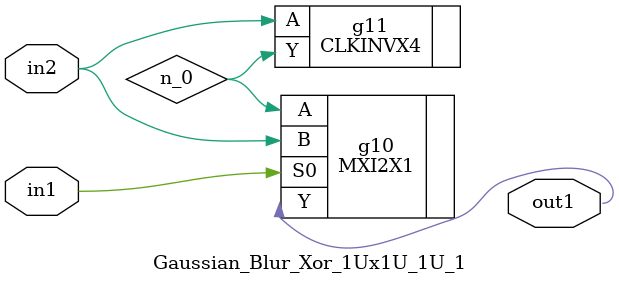
<source format=v>
`timescale 1ps / 1ps


module Gaussian_Blur_Xor_1Ux1U_1U_1(in2, in1, out1);
  input in2, in1;
  output out1;
  wire in2, in1;
  wire out1;
  wire n_0;
  MXI2X1 g10(.A (n_0), .B (in2), .S0 (in1), .Y (out1));
  CLKINVX4 g11(.A (in2), .Y (n_0));
endmodule



</source>
